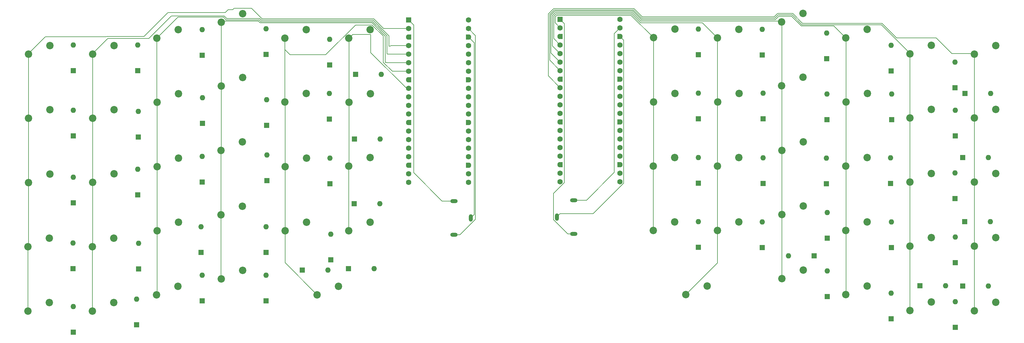
<source format=gtl>
G04 #@! TF.GenerationSoftware,KiCad,Pcbnew,9.0.2*
G04 #@! TF.CreationDate,2025-05-23T18:35:33-06:00*
G04 #@! TF.ProjectId,Colette,436f6c65-7474-4652-9e6b-696361645f70,rev?*
G04 #@! TF.SameCoordinates,Original*
G04 #@! TF.FileFunction,Copper,L1,Top*
G04 #@! TF.FilePolarity,Positive*
%FSLAX46Y46*%
G04 Gerber Fmt 4.6, Leading zero omitted, Abs format (unit mm)*
G04 Created by KiCad (PCBNEW 9.0.2) date 2025-05-23 18:35:33*
%MOMM*%
%LPD*%
G01*
G04 APERTURE LIST*
G04 Aperture macros list*
%AMRoundRect*
0 Rectangle with rounded corners*
0 $1 Rounding radius*
0 $2 $3 $4 $5 $6 $7 $8 $9 X,Y pos of 4 corners*
0 Add a 4 corners polygon primitive as box body*
4,1,4,$2,$3,$4,$5,$6,$7,$8,$9,$2,$3,0*
0 Add four circle primitives for the rounded corners*
1,1,$1+$1,$2,$3*
1,1,$1+$1,$4,$5*
1,1,$1+$1,$6,$7*
1,1,$1+$1,$8,$9*
0 Add four rect primitives between the rounded corners*
20,1,$1+$1,$2,$3,$4,$5,0*
20,1,$1+$1,$4,$5,$6,$7,0*
20,1,$1+$1,$6,$7,$8,$9,0*
20,1,$1+$1,$8,$9,$2,$3,0*%
%AMFreePoly0*
4,1,37,0.603843,0.796157,0.639018,0.796157,0.711114,0.766294,0.766294,0.711114,0.796157,0.639018,0.796157,0.603843,0.800000,0.600000,0.800000,-0.600000,0.796157,-0.603843,0.796157,-0.639018,0.766294,-0.711114,0.711114,-0.766294,0.639018,-0.796157,0.603843,-0.796157,0.600000,-0.800000,0.000000,-0.800000,0.000000,-0.796148,-0.078414,-0.796148,-0.232228,-0.765552,-0.377117,-0.705537,
-0.507515,-0.618408,-0.618408,-0.507515,-0.705537,-0.377117,-0.765552,-0.232228,-0.796148,-0.078414,-0.796148,0.078414,-0.765552,0.232228,-0.705537,0.377117,-0.618408,0.507515,-0.507515,0.618408,-0.377117,0.705537,-0.232228,0.765552,-0.078414,0.796148,0.000000,0.796148,0.000000,0.800000,0.600000,0.800000,0.603843,0.796157,0.603843,0.796157,$1*%
%AMFreePoly1*
4,1,37,0.000000,0.796148,0.078414,0.796148,0.232228,0.765552,0.377117,0.705537,0.507515,0.618408,0.618408,0.507515,0.705537,0.377117,0.765552,0.232228,0.796148,0.078414,0.796148,-0.078414,0.765552,-0.232228,0.705537,-0.377117,0.618408,-0.507515,0.507515,-0.618408,0.377117,-0.705537,0.232228,-0.765552,0.078414,-0.796148,0.000000,-0.796148,0.000000,-0.800000,-0.600000,-0.800000,
-0.603843,-0.796157,-0.639018,-0.796157,-0.711114,-0.766294,-0.766294,-0.711114,-0.796157,-0.639018,-0.796157,-0.603843,-0.800000,-0.600000,-0.800000,0.600000,-0.796157,0.603843,-0.796157,0.639018,-0.766294,0.711114,-0.711114,0.766294,-0.639018,0.796157,-0.603843,0.796157,-0.600000,0.800000,0.000000,0.800000,0.000000,0.796148,0.000000,0.796148,$1*%
G04 Aperture macros list end*
G04 #@! TA.AperFunction,ComponentPad*
%ADD10C,2.200000*%
G04 #@! TD*
G04 #@! TA.AperFunction,ComponentPad*
%ADD11R,1.600000X1.600000*%
G04 #@! TD*
G04 #@! TA.AperFunction,ComponentPad*
%ADD12O,1.600000X1.600000*%
G04 #@! TD*
G04 #@! TA.AperFunction,ComponentPad*
%ADD13O,2.200000X1.200000*%
G04 #@! TD*
G04 #@! TA.AperFunction,ComponentPad*
%ADD14O,1.200000X2.200000*%
G04 #@! TD*
G04 #@! TA.AperFunction,ComponentPad*
%ADD15RoundRect,0.200000X-0.600000X-0.600000X0.600000X-0.600000X0.600000X0.600000X-0.600000X0.600000X0*%
G04 #@! TD*
G04 #@! TA.AperFunction,ComponentPad*
%ADD16C,1.600000*%
G04 #@! TD*
G04 #@! TA.AperFunction,ComponentPad*
%ADD17FreePoly0,0.000000*%
G04 #@! TD*
G04 #@! TA.AperFunction,ComponentPad*
%ADD18FreePoly1,0.000000*%
G04 #@! TD*
G04 #@! TA.AperFunction,Conductor*
%ADD19C,0.200000*%
G04 #@! TD*
G04 APERTURE END LIST*
D10*
X323075000Y-87107500D03*
X316725000Y-89647500D03*
D11*
X87520000Y-72127500D03*
D12*
X87520000Y-64507500D03*
D11*
X291975000Y-130265000D03*
D12*
X291975000Y-122645000D03*
D11*
X87420000Y-51927500D03*
D12*
X87420000Y-44307500D03*
D11*
X106720000Y-89227500D03*
D12*
X106720000Y-81607500D03*
D11*
X49220000Y-56527500D03*
D12*
X49220000Y-48907500D03*
D10*
X61220000Y-125420000D03*
X54870000Y-127960000D03*
X137320000Y-101577500D03*
X130970000Y-104117500D03*
D11*
X106620000Y-72727500D03*
D12*
X106620000Y-65107500D03*
D11*
X234775000Y-89965000D03*
D12*
X234775000Y-82345000D03*
D11*
X272775000Y-90155000D03*
D12*
X272775000Y-82535000D03*
D10*
X303925000Y-125267500D03*
X297575000Y-127807500D03*
X265975000Y-96682500D03*
X259625000Y-99222500D03*
X127970000Y-120617500D03*
X121620000Y-123157500D03*
D11*
X106420000Y-124927500D03*
D12*
X106420000Y-117307500D03*
D10*
X99420000Y-96795000D03*
X93070000Y-99335000D03*
D11*
X125620000Y-112727500D03*
D12*
X125620000Y-105107500D03*
D13*
X197750000Y-95000000D03*
D14*
X192750000Y-100000000D03*
D13*
X197750000Y-105000000D03*
D10*
X137370000Y-44317500D03*
X131020000Y-46857500D03*
D11*
X273075000Y-106255000D03*
D12*
X273075000Y-98635000D03*
D10*
X227815000Y-63265000D03*
X221465000Y-65805000D03*
D11*
X273075000Y-123655000D03*
D12*
X273075000Y-116035000D03*
D10*
X246875000Y-63245000D03*
X240525000Y-65785000D03*
X303975000Y-87107500D03*
X297625000Y-89647500D03*
X118370000Y-63317500D03*
X112020000Y-65857500D03*
X118370000Y-44317500D03*
X112020000Y-46857500D03*
X303975000Y-49007500D03*
X297625000Y-51547500D03*
X80370000Y-44317500D03*
X74020000Y-46857500D03*
D11*
X311075000Y-113555000D03*
D12*
X311075000Y-105935000D03*
D10*
X284975000Y-63245000D03*
X278625000Y-65785000D03*
X237375000Y-120545000D03*
X231025000Y-123085000D03*
X246825000Y-82305000D03*
X240475000Y-84845000D03*
X284875000Y-120545000D03*
X278525000Y-123085000D03*
D11*
X133010000Y-57607500D03*
D12*
X140630000Y-57607500D03*
D10*
X323075000Y-68007500D03*
X316725000Y-70547500D03*
X80420000Y-101557500D03*
X74070000Y-104097500D03*
D11*
X253775000Y-109055000D03*
D12*
X253775000Y-101435000D03*
D11*
X234775000Y-70855000D03*
D12*
X234775000Y-63235000D03*
D10*
X265975000Y-115782500D03*
X259625000Y-118322500D03*
X80420000Y-82457500D03*
X74070000Y-84997500D03*
D11*
X310975000Y-94555000D03*
D12*
X310975000Y-86935000D03*
D10*
X137320000Y-82357500D03*
X130970000Y-84897500D03*
D11*
X125420000Y-90117500D03*
D12*
X125420000Y-82497500D03*
D10*
X80270000Y-120617500D03*
X73920000Y-123157500D03*
D11*
X253975000Y-70855000D03*
D12*
X253975000Y-63235000D03*
D10*
X227775000Y-101445000D03*
X221425000Y-103985000D03*
X323125000Y-49067500D03*
X316775000Y-51607500D03*
D11*
X125220000Y-70907500D03*
D12*
X125220000Y-63287500D03*
D11*
X272875000Y-52965000D03*
D12*
X272875000Y-45345000D03*
D11*
X291875000Y-90065000D03*
D12*
X291875000Y-82445000D03*
D11*
X68620000Y-115427500D03*
D12*
X68620000Y-107807500D03*
D10*
X61270000Y-87180000D03*
X54920000Y-89720000D03*
D11*
X313955000Y-63245000D03*
D12*
X321575000Y-63245000D03*
D11*
X292175000Y-71055000D03*
D12*
X292175000Y-63435000D03*
D11*
X313265000Y-120545000D03*
D12*
X320885000Y-120545000D03*
D10*
X284875000Y-82345000D03*
X278525000Y-84885000D03*
D11*
X49120000Y-115317500D03*
D12*
X49120000Y-107697500D03*
D11*
X49220000Y-75927500D03*
D12*
X49220000Y-68307500D03*
D10*
X61270000Y-49080000D03*
X54920000Y-51620000D03*
X99470000Y-115855000D03*
X93120000Y-118395000D03*
D11*
X125320000Y-54827500D03*
D12*
X125320000Y-47207500D03*
D15*
X148720000Y-41447500D03*
D16*
X148720000Y-43987500D03*
D17*
X148720000Y-46527500D03*
D16*
X148720000Y-49067500D03*
X148720000Y-51607500D03*
X148720000Y-54147500D03*
X148720000Y-56687500D03*
D17*
X148720000Y-59227500D03*
D16*
X148720000Y-61767500D03*
X148720000Y-64307500D03*
X148720000Y-66847500D03*
X148720000Y-69387500D03*
D17*
X148720000Y-71927500D03*
D16*
X148720000Y-74467500D03*
X148720000Y-77007500D03*
X148720000Y-79547500D03*
X148720000Y-82087500D03*
D17*
X148720000Y-84627500D03*
D16*
X148720000Y-87167500D03*
X148720000Y-89707500D03*
X166500000Y-89707500D03*
X166500000Y-87167500D03*
D18*
X166500000Y-84627500D03*
D16*
X166500000Y-82087500D03*
X166500000Y-79547500D03*
X166500000Y-77007500D03*
X166500000Y-74467500D03*
D18*
X166500000Y-71927500D03*
D16*
X166500000Y-69387500D03*
X166500000Y-66847500D03*
X166500000Y-64307500D03*
X166500000Y-61767500D03*
D18*
X166500000Y-59227500D03*
D16*
X166500000Y-56687500D03*
X166500000Y-54147500D03*
X166500000Y-51607500D03*
X166500000Y-49067500D03*
D18*
X166500000Y-46527500D03*
D16*
X166500000Y-43987500D03*
X166500000Y-41447500D03*
D10*
X42220000Y-49080000D03*
X35870000Y-51620000D03*
D11*
X87420000Y-89617500D03*
D12*
X87420000Y-81997500D03*
D10*
X303975000Y-68007500D03*
X297625000Y-70547500D03*
D15*
X193750000Y-41250000D03*
D16*
X193750000Y-43790000D03*
D17*
X193750000Y-46330000D03*
D16*
X193750000Y-48870000D03*
X193750000Y-51410000D03*
X193750000Y-53950000D03*
X193750000Y-56490000D03*
D17*
X193750000Y-59030000D03*
D16*
X193750000Y-61570000D03*
X193750000Y-64110000D03*
X193750000Y-66650000D03*
X193750000Y-69190000D03*
D17*
X193750000Y-71730000D03*
D16*
X193750000Y-74270000D03*
X193750000Y-76810000D03*
X193750000Y-79350000D03*
X193750000Y-81890000D03*
D17*
X193750000Y-84430000D03*
D16*
X193750000Y-86970000D03*
X193750000Y-89510000D03*
X211530000Y-89510000D03*
X211530000Y-86970000D03*
D18*
X211530000Y-84430000D03*
D16*
X211530000Y-81890000D03*
X211530000Y-79350000D03*
X211530000Y-76810000D03*
X211530000Y-74270000D03*
D18*
X211530000Y-71730000D03*
D16*
X211530000Y-69190000D03*
X211530000Y-66650000D03*
X211530000Y-64110000D03*
X211530000Y-61570000D03*
D18*
X211530000Y-59030000D03*
D16*
X211530000Y-56490000D03*
X211530000Y-53950000D03*
X211530000Y-51410000D03*
X211530000Y-48870000D03*
D18*
X211530000Y-46330000D03*
D16*
X211530000Y-43790000D03*
X211530000Y-41250000D03*
D11*
X269185000Y-111545000D03*
D12*
X261565000Y-111545000D03*
D10*
X42220000Y-87220000D03*
X35870000Y-89760000D03*
X323075000Y-125307500D03*
X316725000Y-127847500D03*
D11*
X311075000Y-132755000D03*
D12*
X311075000Y-125135000D03*
D10*
X227775000Y-82345000D03*
X221425000Y-84885000D03*
D11*
X132610000Y-96007500D03*
D12*
X140230000Y-96007500D03*
D11*
X313255000Y-82345000D03*
D12*
X320875000Y-82345000D03*
D10*
X99440000Y-39555000D03*
X93090000Y-42095000D03*
D11*
X300555000Y-120445000D03*
D12*
X308175000Y-120445000D03*
D10*
X118420000Y-82457500D03*
X112070000Y-84997500D03*
D11*
X132700000Y-76807500D03*
D12*
X140320000Y-76807500D03*
D10*
X284875000Y-101445000D03*
X278525000Y-103985000D03*
D11*
X87120000Y-110527500D03*
D12*
X87120000Y-102907500D03*
D11*
X311075000Y-75865000D03*
D12*
X311075000Y-68245000D03*
D11*
X253975000Y-90055000D03*
D12*
X253975000Y-82435000D03*
D11*
X313855000Y-101345000D03*
D12*
X321475000Y-101345000D03*
D10*
X42120000Y-125420000D03*
X35770000Y-127960000D03*
D11*
X291975000Y-56555000D03*
D12*
X291975000Y-48935000D03*
D11*
X272975000Y-71065000D03*
D12*
X272975000Y-63445000D03*
D11*
X234775000Y-108965000D03*
D12*
X234775000Y-101345000D03*
D11*
X68320000Y-56527500D03*
D12*
X68320000Y-48907500D03*
D11*
X117210000Y-115807500D03*
D12*
X124830000Y-115807500D03*
D10*
X265975000Y-77682500D03*
X259625000Y-80222500D03*
X303975000Y-106107500D03*
X297625000Y-108647500D03*
D11*
X130910000Y-115307500D03*
D12*
X138530000Y-115307500D03*
D10*
X61320000Y-68120000D03*
X54970000Y-70660000D03*
D11*
X106420000Y-110517500D03*
D12*
X106420000Y-102897500D03*
D11*
X253775000Y-51865000D03*
D12*
X253775000Y-44245000D03*
D10*
X99420000Y-77695000D03*
X93070000Y-80235000D03*
X246825000Y-101445000D03*
X240475000Y-103985000D03*
D11*
X68020000Y-132017500D03*
D12*
X68020000Y-124397500D03*
D11*
X106420000Y-51717500D03*
D12*
X106420000Y-44097500D03*
D11*
X68320000Y-93417500D03*
D12*
X68320000Y-85797500D03*
D10*
X80420000Y-63357500D03*
X74070000Y-65897500D03*
X265875000Y-58482500D03*
X259525000Y-61022500D03*
D11*
X68520000Y-76227500D03*
D12*
X68520000Y-68607500D03*
D11*
X87420000Y-124917500D03*
D12*
X87420000Y-117297500D03*
D10*
X227815000Y-44165000D03*
X221465000Y-46705000D03*
D13*
X162250000Y-105250000D03*
D14*
X167250000Y-100250000D03*
D13*
X162250000Y-95250000D03*
D10*
X99470000Y-58555000D03*
X93120000Y-61095000D03*
X323075000Y-106107500D03*
X316725000Y-108647500D03*
D11*
X234775000Y-51765000D03*
D12*
X234775000Y-44145000D03*
D10*
X284875000Y-44245000D03*
X278525000Y-46785000D03*
X42220000Y-68120000D03*
X35870000Y-70660000D03*
D11*
X49220000Y-134217500D03*
D12*
X49220000Y-126597500D03*
D11*
X49220000Y-95817500D03*
D12*
X49220000Y-88197500D03*
D10*
X118420000Y-101557500D03*
X112070000Y-104097500D03*
X246825000Y-44205000D03*
X240475000Y-46745000D03*
X137420000Y-63357500D03*
X131070000Y-65897500D03*
X265875000Y-39482500D03*
X259525000Y-42022500D03*
D11*
X310975000Y-61565000D03*
D12*
X310975000Y-53945000D03*
D10*
X42120000Y-106320000D03*
X35770000Y-108860000D03*
X61220000Y-106320000D03*
X54870000Y-108860000D03*
D11*
X292075000Y-109055000D03*
D12*
X292075000Y-101435000D03*
D19*
X58900000Y-46407500D02*
X58980000Y-46327500D01*
X35770000Y-127747500D02*
X35770000Y-108647500D01*
X77320000Y-39227500D02*
X94320000Y-39227500D01*
X35870000Y-108547500D02*
X35870000Y-51407500D01*
X138406714Y-41104500D02*
X141304857Y-44002643D01*
X96541000Y-38366500D02*
X96907500Y-38000000D01*
X105200000Y-41104500D02*
X138406714Y-41104500D01*
X102095500Y-38000000D02*
X105200000Y-41104500D01*
X141304857Y-44002643D02*
X141320000Y-43987500D01*
X95220000Y-38327500D02*
X95259000Y-38366500D01*
X35770000Y-108647500D02*
X35870000Y-108547500D01*
X70220000Y-46327500D02*
X77320000Y-39227500D01*
X141320000Y-43987500D02*
X148140000Y-43987500D01*
X58980000Y-46327500D02*
X70220000Y-46327500D01*
X94320000Y-39227500D02*
X95220000Y-38327500D01*
X40870000Y-46407500D02*
X58900000Y-46407500D01*
X35870000Y-51407500D02*
X40870000Y-46407500D01*
X95259000Y-38366500D02*
X96541000Y-38366500D01*
X96907500Y-38000000D02*
X102095500Y-38000000D01*
X54920000Y-51407500D02*
X59400000Y-46927500D01*
X104799000Y-41270600D02*
X105033900Y-41505500D01*
X143320000Y-49207500D02*
X143460000Y-49067500D01*
X138240614Y-41505500D02*
X140903857Y-44168743D01*
X54920000Y-70397500D02*
X54970000Y-70447500D01*
X54920000Y-89507500D02*
X54920000Y-108597500D01*
X94726914Y-41000000D02*
X104528400Y-41000000D01*
X105366100Y-41505500D02*
X138240614Y-41505500D01*
X143460000Y-49067500D02*
X148140000Y-49067500D01*
X59400000Y-46927500D02*
X71620000Y-46927500D01*
X54970000Y-89457500D02*
X54920000Y-89507500D01*
X105033900Y-41505500D02*
X105366100Y-41505500D01*
X140903857Y-44168743D02*
X141138757Y-44403643D01*
X141138757Y-44403643D02*
X142920000Y-46184886D01*
X54920000Y-51620000D02*
X54920000Y-70610000D01*
X142920000Y-49207500D02*
X143320000Y-49207500D01*
X104528400Y-41000000D02*
X104799000Y-41270600D01*
X71620000Y-46927500D02*
X78320000Y-40227500D01*
X142920000Y-46184886D02*
X142920000Y-49207500D01*
X54920000Y-108597500D02*
X54870000Y-108647500D01*
X54870000Y-108647500D02*
X54870000Y-127747500D01*
X54970000Y-70447500D02*
X54970000Y-89457500D01*
X93954414Y-40227500D02*
X94726914Y-41000000D01*
X78320000Y-40227500D02*
X93954414Y-40227500D01*
X93788314Y-40628500D02*
X94325914Y-41166100D01*
X140737757Y-44569743D02*
X140972657Y-44804643D01*
X104632900Y-41671600D02*
X104867800Y-41906500D01*
X94560814Y-41401000D02*
X94651000Y-41401000D01*
X94893014Y-41401000D02*
X104362300Y-41401000D01*
X104362300Y-41401000D02*
X104398000Y-41436700D01*
X74020000Y-46857500D02*
X74020000Y-65847500D01*
X94325914Y-41166100D02*
X94560814Y-41401000D01*
X105532200Y-41906500D02*
X138074514Y-41906500D01*
X104398000Y-41436700D02*
X104632900Y-41671600D01*
X74070000Y-65897500D02*
X74070000Y-84997500D01*
X74070000Y-123007500D02*
X73920000Y-123157500D01*
X105200000Y-41906500D02*
X105532200Y-41906500D01*
X74070000Y-104097500D02*
X74070000Y-123007500D01*
X74020000Y-46857500D02*
X80249000Y-40628500D01*
X142320000Y-46151986D02*
X142320000Y-51407500D01*
X140972657Y-44804643D02*
X142320000Y-46151986D01*
X74020000Y-65847500D02*
X74070000Y-65897500D01*
X74070000Y-84997500D02*
X74070000Y-104097500D01*
X142320000Y-51407500D02*
X142520000Y-51607500D01*
X94651000Y-41401000D02*
X94893014Y-41401000D01*
X142520000Y-51607500D02*
X148140000Y-51607500D01*
X138074514Y-41906500D02*
X140502857Y-44334843D01*
X140502857Y-44334843D02*
X140737757Y-44569743D01*
X104867800Y-41906500D02*
X105200000Y-41906500D01*
X80249000Y-40628500D02*
X93788314Y-40628500D01*
X93090000Y-41802000D02*
X94394714Y-41802000D01*
X94726914Y-41802000D02*
X94817100Y-41802000D01*
X140101857Y-44500943D02*
X140336757Y-44735843D01*
X93090000Y-61277500D02*
X93090000Y-41802000D01*
X104196200Y-41802000D02*
X104231900Y-41837700D01*
X94817100Y-41802000D02*
X95059114Y-41802000D01*
X94394714Y-41802000D02*
X94484900Y-41802000D01*
X93120000Y-80397500D02*
X93120000Y-61307500D01*
X142120000Y-54007500D02*
X142260000Y-54147500D01*
X105698300Y-42307500D02*
X137908414Y-42307500D01*
X104231900Y-41837700D02*
X104466800Y-42072600D01*
X141820000Y-54007500D02*
X142120000Y-54007500D01*
X104701700Y-42307500D02*
X105033900Y-42307500D01*
X93070000Y-80447500D02*
X93120000Y-80397500D01*
X105033900Y-42307500D02*
X105366100Y-42307500D01*
X93120000Y-61307500D02*
X93090000Y-61277500D01*
X140571657Y-44970743D02*
X140806557Y-45205643D01*
X104466800Y-42072600D02*
X104701700Y-42307500D01*
X93070000Y-118557500D02*
X93070000Y-80447500D01*
X140336757Y-44735843D02*
X140571657Y-44970743D01*
X105366100Y-42307500D02*
X105698300Y-42307500D01*
X94484900Y-41802000D02*
X94726914Y-41802000D01*
X95059114Y-41802000D02*
X104196200Y-41802000D01*
X142260000Y-54147500D02*
X148140000Y-54147500D01*
X137908414Y-42307500D02*
X140101857Y-44500943D01*
X141820000Y-46219086D02*
X141820000Y-54007500D01*
X93120000Y-118607500D02*
X93070000Y-118557500D01*
X140806557Y-45205643D02*
X141820000Y-46219086D01*
X112070000Y-65907500D02*
X112020000Y-65857500D01*
X141220000Y-46186186D02*
X141220000Y-54007500D01*
X113561000Y-51748500D02*
X124147686Y-51748500D01*
X143900000Y-56687500D02*
X148140000Y-56687500D01*
X132979686Y-42916500D02*
X137950314Y-42916500D01*
X124147686Y-51748500D02*
X132979686Y-42916500D01*
X137950314Y-42916500D02*
X141220000Y-46186186D01*
X112020000Y-46857500D02*
X112020000Y-50207500D01*
X121620000Y-123157500D02*
X112070000Y-113607500D01*
X112070000Y-104097500D02*
X112070000Y-84997500D01*
X112020000Y-65857500D02*
X112020000Y-46857500D01*
X112020000Y-50207500D02*
X113561000Y-51748500D01*
X112070000Y-113607500D02*
X112070000Y-104097500D01*
X141220000Y-54007500D02*
X143900000Y-56687500D01*
X112070000Y-84997500D02*
X112070000Y-65907500D01*
X131070000Y-65897500D02*
X131070000Y-46907500D01*
X132159000Y-45718500D02*
X137531000Y-45718500D01*
X137531000Y-45718500D02*
X137531000Y-51158500D01*
X131070000Y-84797500D02*
X131070000Y-65897500D01*
X137531000Y-51158500D02*
X148140000Y-61767500D01*
X131020000Y-46857500D02*
X132159000Y-45718500D01*
X130970000Y-84897500D02*
X131070000Y-84797500D01*
X131070000Y-46907500D02*
X131020000Y-46857500D01*
X130970000Y-104117500D02*
X130970000Y-84897500D01*
X168201000Y-99299000D02*
X168201000Y-48228500D01*
X168201000Y-48228500D02*
X166500000Y-46527500D01*
X167250000Y-100250000D02*
X168201000Y-99299000D01*
X158699769Y-95250000D02*
X150250000Y-86800231D01*
X150250000Y-86800231D02*
X150250000Y-42977500D01*
X150250000Y-42977500D02*
X148720000Y-41447500D01*
X162250000Y-95250000D02*
X158699769Y-95250000D01*
X168602000Y-46089500D02*
X166500000Y-43987500D01*
X168602000Y-100672206D02*
X168602000Y-46089500D01*
X162250000Y-105250000D02*
X164024206Y-105250000D01*
X164024206Y-105250000D02*
X168602000Y-100672206D01*
X191799000Y-93018050D02*
X195000000Y-89817050D01*
X195975794Y-105000000D02*
X191799000Y-100823206D01*
X195000000Y-42500000D02*
X193750000Y-41250000D01*
X197750000Y-105000000D02*
X195975794Y-105000000D01*
X191799000Y-100823206D02*
X191799000Y-93018050D01*
X195000000Y-89817050D02*
X195000000Y-42500000D01*
X209841000Y-86761731D02*
X201602731Y-95000000D01*
X209841000Y-45479000D02*
X209841000Y-86761731D01*
X201602731Y-95000000D02*
X197750000Y-95000000D01*
X211530000Y-43790000D02*
X209841000Y-45479000D01*
X193701000Y-99049000D02*
X192750000Y-100000000D01*
X212636000Y-89961050D02*
X203548050Y-99049000D01*
X211530000Y-46330000D02*
X212636000Y-47436000D01*
X203548050Y-99049000D02*
X193701000Y-99049000D01*
X212636000Y-47436000D02*
X212636000Y-89961050D01*
X221465000Y-46705000D02*
X221465000Y-65805000D01*
X221465000Y-46705000D02*
X214805000Y-40045000D01*
X221465000Y-84845000D02*
X221425000Y-84885000D01*
X214805000Y-40045000D02*
X192705000Y-40045000D01*
X221465000Y-65805000D02*
X221465000Y-84845000D01*
X192250000Y-40500000D02*
X192250000Y-42290000D01*
X221425000Y-84885000D02*
X221425000Y-103985000D01*
X192705000Y-40045000D02*
X192250000Y-40500000D01*
X192250000Y-42290000D02*
X193750000Y-43790000D01*
X217572100Y-42245000D02*
X214971100Y-39644000D01*
X240475000Y-46745000D02*
X240475000Y-103985000D01*
X235975000Y-42245000D02*
X217572100Y-42245000D01*
X240475000Y-103985000D02*
X240475000Y-113635000D01*
X240475000Y-46745000D02*
X235975000Y-42245000D01*
X192538900Y-39644000D02*
X191849000Y-40333900D01*
X191849000Y-40333900D02*
X191849000Y-46969000D01*
X240475000Y-113635000D02*
X231025000Y-123085000D01*
X214971100Y-39644000D02*
X192538900Y-39644000D01*
X191849000Y-46969000D02*
X193750000Y-48870000D01*
X259625000Y-118535000D02*
X259625000Y-42335000D01*
X192372800Y-39243000D02*
X191448000Y-40167800D01*
X259625000Y-42335000D02*
X259035000Y-41745000D01*
X191448000Y-40167800D02*
X191448000Y-49108000D01*
X191448000Y-49108000D02*
X193750000Y-51410000D01*
X259035000Y-41745000D02*
X217639200Y-41745000D01*
X217639200Y-41745000D02*
X215137200Y-39243000D01*
X215137200Y-39243000D02*
X192372800Y-39243000D01*
X217805300Y-41344000D02*
X215303300Y-38842000D01*
X278675000Y-46935000D02*
X278675000Y-122935000D01*
X257607900Y-41344000D02*
X217805300Y-41344000D01*
X258649900Y-40302000D02*
X257607900Y-41344000D01*
X278675000Y-122935000D02*
X278525000Y-123085000D01*
X192206700Y-38842000D02*
X191047000Y-40001700D01*
X265380000Y-43250000D02*
X262432000Y-40302000D01*
X191047000Y-51247000D02*
X193750000Y-53950000D01*
X191047000Y-40001700D02*
X191047000Y-51247000D01*
X278525000Y-46785000D02*
X274990000Y-43250000D01*
X215303300Y-38842000D02*
X192206700Y-38842000D01*
X262432000Y-40302000D02*
X258649900Y-40302000D01*
X274990000Y-43250000D02*
X265380000Y-43250000D01*
X278525000Y-46785000D02*
X278675000Y-46935000D01*
X262598100Y-39901000D02*
X258483800Y-39901000D01*
X277476000Y-42844000D02*
X277475000Y-42845000D01*
X265542100Y-42845000D02*
X262598100Y-39901000D01*
X297625000Y-127545000D02*
X297625000Y-51335000D01*
X258483800Y-39901000D02*
X257441800Y-40943000D01*
X277475000Y-42845000D02*
X265542100Y-42845000D01*
X297625000Y-51335000D02*
X289134000Y-42844000D01*
X215469400Y-38441000D02*
X192040600Y-38441000D01*
X289134000Y-42844000D02*
X277476000Y-42844000D01*
X297575000Y-127595000D02*
X297625000Y-127545000D01*
X257441800Y-40943000D02*
X217971400Y-40943000D01*
X192040600Y-38441000D02*
X190646000Y-39835600D01*
X190646000Y-53386000D02*
X193750000Y-56490000D01*
X190646000Y-39835600D02*
X190646000Y-53386000D01*
X217971400Y-40943000D02*
X215469400Y-38441000D01*
X190245000Y-39669500D02*
X190245000Y-58065000D01*
X262764200Y-39500000D02*
X258317700Y-39500000D01*
X316775000Y-51395000D02*
X310025000Y-51395000D01*
X191874500Y-38040000D02*
X190245000Y-39669500D01*
X265708200Y-42444000D02*
X262764200Y-39500000D01*
X316725000Y-127635000D02*
X316725000Y-111495000D01*
X215635500Y-38040000D02*
X191874500Y-38040000D01*
X218137500Y-40542000D02*
X215635500Y-38040000D01*
X257275700Y-40542000D02*
X218137500Y-40542000D01*
X289301100Y-42444000D02*
X265708200Y-42444000D01*
X293602100Y-46745000D02*
X289301100Y-42444000D01*
X310025000Y-51395000D02*
X305375000Y-46745000D01*
X190245000Y-58065000D02*
X193750000Y-61570000D01*
X258317700Y-39500000D02*
X257275700Y-40542000D01*
X316725000Y-111495000D02*
X316775000Y-111445000D01*
X316775000Y-111445000D02*
X316775000Y-51395000D01*
X305375000Y-46745000D02*
X293602100Y-46745000D01*
M02*

</source>
